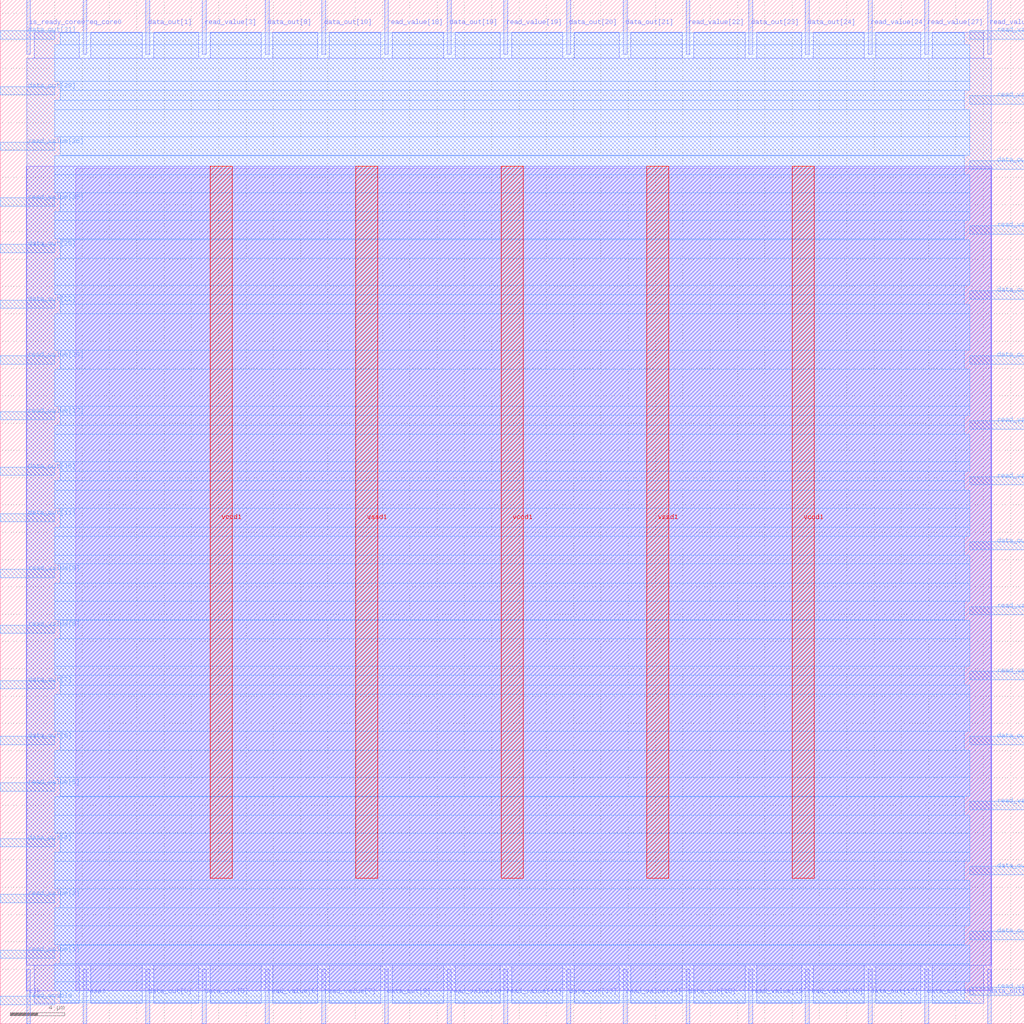
<source format=lef>
VERSION 5.7 ;
  NOWIREEXTENSIONATPIN ON ;
  DIVIDERCHAR "/" ;
  BUSBITCHARS "[]" ;
MACRO io_input_arbiter
  CLASS BLOCK ;
  FOREIGN io_input_arbiter ;
  ORIGIN 0.000 0.000 ;
  SIZE 75.000 BY 75.000 ;
  PIN clk
    DIRECTION INPUT ;
    USE SIGNAL ;
    PORT
      LAYER met2 ;
        RECT 1.930 0.000 2.210 4.000 ;
    END
  END clk
  PIN data_out[0]
    DIRECTION OUTPUT TRISTATE ;
    USE SIGNAL ;
    PORT
      LAYER met2 ;
        RECT 10.670 0.000 10.950 4.000 ;
    END
  END data_out[0]
  PIN data_out[10]
    DIRECTION OUTPUT TRISTATE ;
    USE SIGNAL ;
    PORT
      LAYER met2 ;
        RECT 23.550 71.000 23.830 75.000 ;
    END
  END data_out[10]
  PIN data_out[11]
    DIRECTION OUTPUT TRISTATE ;
    USE SIGNAL ;
    PORT
      LAYER met3 ;
        RECT 0.000 36.760 4.000 37.360 ;
    END
  END data_out[11]
  PIN data_out[12]
    DIRECTION OUTPUT TRISTATE ;
    USE SIGNAL ;
    PORT
      LAYER met3 ;
        RECT 71.000 20.440 75.000 21.040 ;
    END
  END data_out[12]
  PIN data_out[13]
    DIRECTION OUTPUT TRISTATE ;
    USE SIGNAL ;
    PORT
      LAYER met2 ;
        RECT 41.490 0.000 41.770 4.000 ;
    END
  END data_out[13]
  PIN data_out[14]
    DIRECTION OUTPUT TRISTATE ;
    USE SIGNAL ;
    PORT
      LAYER met3 ;
        RECT 71.000 34.720 75.000 35.320 ;
    END
  END data_out[14]
  PIN data_out[15]
    DIRECTION OUTPUT TRISTATE ;
    USE SIGNAL ;
    PORT
      LAYER met2 ;
        RECT 50.230 0.000 50.510 4.000 ;
    END
  END data_out[15]
  PIN data_out[16]
    DIRECTION OUTPUT TRISTATE ;
    USE SIGNAL ;
    PORT
      LAYER met3 ;
        RECT 0.000 40.160 4.000 40.760 ;
    END
  END data_out[16]
  PIN data_out[17]
    DIRECTION OUTPUT TRISTATE ;
    USE SIGNAL ;
    PORT
      LAYER met2 ;
        RECT 63.570 0.000 63.850 4.000 ;
    END
  END data_out[17]
  PIN data_out[18]
    DIRECTION OUTPUT TRISTATE ;
    USE SIGNAL ;
    PORT
      LAYER met2 ;
        RECT 67.710 0.000 67.990 4.000 ;
    END
  END data_out[18]
  PIN data_out[19]
    DIRECTION OUTPUT TRISTATE ;
    USE SIGNAL ;
    PORT
      LAYER met2 ;
        RECT 32.750 71.000 33.030 75.000 ;
    END
  END data_out[19]
  PIN data_out[1]
    DIRECTION OUTPUT TRISTATE ;
    USE SIGNAL ;
    PORT
      LAYER met2 ;
        RECT 10.670 71.000 10.950 75.000 ;
    END
  END data_out[1]
  PIN data_out[20]
    DIRECTION OUTPUT TRISTATE ;
    USE SIGNAL ;
    PORT
      LAYER met2 ;
        RECT 41.490 71.000 41.770 75.000 ;
    END
  END data_out[20]
  PIN data_out[21]
    DIRECTION OUTPUT TRISTATE ;
    USE SIGNAL ;
    PORT
      LAYER met2 ;
        RECT 45.630 71.000 45.910 75.000 ;
    END
  END data_out[21]
  PIN data_out[22]
    DIRECTION OUTPUT TRISTATE ;
    USE SIGNAL ;
    PORT
      LAYER met3 ;
        RECT 0.000 52.400 4.000 53.000 ;
    END
  END data_out[22]
  PIN data_out[23]
    DIRECTION OUTPUT TRISTATE ;
    USE SIGNAL ;
    PORT
      LAYER met2 ;
        RECT 54.830 71.000 55.110 75.000 ;
    END
  END data_out[23]
  PIN data_out[24]
    DIRECTION OUTPUT TRISTATE ;
    USE SIGNAL ;
    PORT
      LAYER met2 ;
        RECT 58.970 71.000 59.250 75.000 ;
    END
  END data_out[24]
  PIN data_out[25]
    DIRECTION OUTPUT TRISTATE ;
    USE SIGNAL ;
    PORT
      LAYER met3 ;
        RECT 0.000 56.480 4.000 57.080 ;
    END
  END data_out[25]
  PIN data_out[26]
    DIRECTION OUTPUT TRISTATE ;
    USE SIGNAL ;
    PORT
      LAYER met3 ;
        RECT 71.000 48.320 75.000 48.920 ;
    END
  END data_out[26]
  PIN data_out[27]
    DIRECTION OUTPUT TRISTATE ;
    USE SIGNAL ;
    PORT
      LAYER met2 ;
        RECT 72.310 0.000 72.590 4.000 ;
    END
  END data_out[27]
  PIN data_out[28]
    DIRECTION OUTPUT TRISTATE ;
    USE SIGNAL ;
    PORT
      LAYER met3 ;
        RECT 71.000 53.080 75.000 53.680 ;
    END
  END data_out[28]
  PIN data_out[29]
    DIRECTION OUTPUT TRISTATE ;
    USE SIGNAL ;
    PORT
      LAYER met3 ;
        RECT 0.000 68.040 4.000 68.640 ;
    END
  END data_out[29]
  PIN data_out[2]
    DIRECTION OUTPUT TRISTATE ;
    USE SIGNAL ;
    PORT
      LAYER met3 ;
        RECT 71.000 6.160 75.000 6.760 ;
    END
  END data_out[2]
  PIN data_out[30]
    DIRECTION OUTPUT TRISTATE ;
    USE SIGNAL ;
    PORT
      LAYER met3 ;
        RECT 71.000 62.600 75.000 63.200 ;
    END
  END data_out[30]
  PIN data_out[31]
    DIRECTION OUTPUT TRISTATE ;
    USE SIGNAL ;
    PORT
      LAYER met3 ;
        RECT 0.000 72.120 4.000 72.720 ;
    END
  END data_out[31]
  PIN data_out[3]
    DIRECTION OUTPUT TRISTATE ;
    USE SIGNAL ;
    PORT
      LAYER met3 ;
        RECT 71.000 10.920 75.000 11.520 ;
    END
  END data_out[3]
  PIN data_out[4]
    DIRECTION OUTPUT TRISTATE ;
    USE SIGNAL ;
    PORT
      LAYER met3 ;
        RECT 0.000 12.960 4.000 13.560 ;
    END
  END data_out[4]
  PIN data_out[5]
    DIRECTION OUTPUT TRISTATE ;
    USE SIGNAL ;
    PORT
      LAYER met2 ;
        RECT 14.810 0.000 15.090 4.000 ;
    END
  END data_out[5]
  PIN data_out[6]
    DIRECTION OUTPUT TRISTATE ;
    USE SIGNAL ;
    PORT
      LAYER met3 ;
        RECT 0.000 20.440 4.000 21.040 ;
    END
  END data_out[6]
  PIN data_out[7]
    DIRECTION OUTPUT TRISTATE ;
    USE SIGNAL ;
    PORT
      LAYER met3 ;
        RECT 0.000 24.520 4.000 25.120 ;
    END
  END data_out[7]
  PIN data_out[8]
    DIRECTION OUTPUT TRISTATE ;
    USE SIGNAL ;
    PORT
      LAYER met2 ;
        RECT 19.410 71.000 19.690 75.000 ;
    END
  END data_out[8]
  PIN data_out[9]
    DIRECTION OUTPUT TRISTATE ;
    USE SIGNAL ;
    PORT
      LAYER met2 ;
        RECT 28.150 0.000 28.430 4.000 ;
    END
  END data_out[9]
  PIN is_ready_core0
    DIRECTION OUTPUT TRISTATE ;
    USE SIGNAL ;
    PORT
      LAYER met2 ;
        RECT 1.930 71.000 2.210 75.000 ;
    END
  END is_ready_core0
  PIN read_enable
    DIRECTION INPUT ;
    USE SIGNAL ;
    PORT
      LAYER met3 ;
        RECT 0.000 1.400 4.000 2.000 ;
    END
  END read_enable
  PIN read_value[0]
    DIRECTION INPUT ;
    USE SIGNAL ;
    PORT
      LAYER met3 ;
        RECT 71.000 2.080 75.000 2.680 ;
    END
  END read_value[0]
  PIN read_value[10]
    DIRECTION INPUT ;
    USE SIGNAL ;
    PORT
      LAYER met2 ;
        RECT 32.750 0.000 33.030 4.000 ;
    END
  END read_value[10]
  PIN read_value[11]
    DIRECTION INPUT ;
    USE SIGNAL ;
    PORT
      LAYER met2 ;
        RECT 36.890 0.000 37.170 4.000 ;
    END
  END read_value[11]
  PIN read_value[12]
    DIRECTION INPUT ;
    USE SIGNAL ;
    PORT
      LAYER met3 ;
        RECT 71.000 25.200 75.000 25.800 ;
    END
  END read_value[12]
  PIN read_value[13]
    DIRECTION INPUT ;
    USE SIGNAL ;
    PORT
      LAYER met3 ;
        RECT 71.000 29.960 75.000 30.560 ;
    END
  END read_value[13]
  PIN read_value[14]
    DIRECTION INPUT ;
    USE SIGNAL ;
    PORT
      LAYER met2 ;
        RECT 45.630 0.000 45.910 4.000 ;
    END
  END read_value[14]
  PIN read_value[15]
    DIRECTION INPUT ;
    USE SIGNAL ;
    PORT
      LAYER met2 ;
        RECT 54.830 0.000 55.110 4.000 ;
    END
  END read_value[15]
  PIN read_value[16]
    DIRECTION INPUT ;
    USE SIGNAL ;
    PORT
      LAYER met2 ;
        RECT 58.970 0.000 59.250 4.000 ;
    END
  END read_value[16]
  PIN read_value[17]
    DIRECTION INPUT ;
    USE SIGNAL ;
    PORT
      LAYER met3 ;
        RECT 0.000 44.240 4.000 44.840 ;
    END
  END read_value[17]
  PIN read_value[18]
    DIRECTION INPUT ;
    USE SIGNAL ;
    PORT
      LAYER met2 ;
        RECT 28.150 71.000 28.430 75.000 ;
    END
  END read_value[18]
  PIN read_value[19]
    DIRECTION INPUT ;
    USE SIGNAL ;
    PORT
      LAYER met2 ;
        RECT 36.890 71.000 37.170 75.000 ;
    END
  END read_value[19]
  PIN read_value[1]
    DIRECTION INPUT ;
    USE SIGNAL ;
    PORT
      LAYER met3 ;
        RECT 0.000 4.800 4.000 5.400 ;
    END
  END read_value[1]
  PIN read_value[20]
    DIRECTION INPUT ;
    USE SIGNAL ;
    PORT
      LAYER met3 ;
        RECT 0.000 48.320 4.000 48.920 ;
    END
  END read_value[20]
  PIN read_value[21]
    DIRECTION INPUT ;
    USE SIGNAL ;
    PORT
      LAYER met3 ;
        RECT 71.000 39.480 75.000 40.080 ;
    END
  END read_value[21]
  PIN read_value[22]
    DIRECTION INPUT ;
    USE SIGNAL ;
    PORT
      LAYER met2 ;
        RECT 50.230 71.000 50.510 75.000 ;
    END
  END read_value[22]
  PIN read_value[23]
    DIRECTION INPUT ;
    USE SIGNAL ;
    PORT
      LAYER met3 ;
        RECT 71.000 43.560 75.000 44.160 ;
    END
  END read_value[23]
  PIN read_value[24]
    DIRECTION INPUT ;
    USE SIGNAL ;
    PORT
      LAYER met2 ;
        RECT 63.570 71.000 63.850 75.000 ;
    END
  END read_value[24]
  PIN read_value[25]
    DIRECTION INPUT ;
    USE SIGNAL ;
    PORT
      LAYER met3 ;
        RECT 0.000 59.880 4.000 60.480 ;
    END
  END read_value[25]
  PIN read_value[26]
    DIRECTION INPUT ;
    USE SIGNAL ;
    PORT
      LAYER met3 ;
        RECT 0.000 63.960 4.000 64.560 ;
    END
  END read_value[26]
  PIN read_value[27]
    DIRECTION INPUT ;
    USE SIGNAL ;
    PORT
      LAYER met2 ;
        RECT 67.710 71.000 67.990 75.000 ;
    END
  END read_value[27]
  PIN read_value[28]
    DIRECTION INPUT ;
    USE SIGNAL ;
    PORT
      LAYER met3 ;
        RECT 71.000 57.840 75.000 58.440 ;
    END
  END read_value[28]
  PIN read_value[29]
    DIRECTION INPUT ;
    USE SIGNAL ;
    PORT
      LAYER met2 ;
        RECT 72.310 71.000 72.590 75.000 ;
    END
  END read_value[29]
  PIN read_value[2]
    DIRECTION INPUT ;
    USE SIGNAL ;
    PORT
      LAYER met3 ;
        RECT 0.000 8.880 4.000 9.480 ;
    END
  END read_value[2]
  PIN read_value[30]
    DIRECTION INPUT ;
    USE SIGNAL ;
    PORT
      LAYER met3 ;
        RECT 71.000 67.360 75.000 67.960 ;
    END
  END read_value[30]
  PIN read_value[31]
    DIRECTION INPUT ;
    USE SIGNAL ;
    PORT
      LAYER met3 ;
        RECT 71.000 72.120 75.000 72.720 ;
    END
  END read_value[31]
  PIN read_value[3]
    DIRECTION INPUT ;
    USE SIGNAL ;
    PORT
      LAYER met2 ;
        RECT 14.810 71.000 15.090 75.000 ;
    END
  END read_value[3]
  PIN read_value[4]
    DIRECTION INPUT ;
    USE SIGNAL ;
    PORT
      LAYER met3 ;
        RECT 71.000 15.680 75.000 16.280 ;
    END
  END read_value[4]
  PIN read_value[5]
    DIRECTION INPUT ;
    USE SIGNAL ;
    PORT
      LAYER met3 ;
        RECT 0.000 17.040 4.000 17.640 ;
    END
  END read_value[5]
  PIN read_value[6]
    DIRECTION INPUT ;
    USE SIGNAL ;
    PORT
      LAYER met2 ;
        RECT 19.410 0.000 19.690 4.000 ;
    END
  END read_value[6]
  PIN read_value[7]
    DIRECTION INPUT ;
    USE SIGNAL ;
    PORT
      LAYER met2 ;
        RECT 23.550 0.000 23.830 4.000 ;
    END
  END read_value[7]
  PIN read_value[8]
    DIRECTION INPUT ;
    USE SIGNAL ;
    PORT
      LAYER met3 ;
        RECT 0.000 28.600 4.000 29.200 ;
    END
  END read_value[8]
  PIN read_value[9]
    DIRECTION INPUT ;
    USE SIGNAL ;
    PORT
      LAYER met3 ;
        RECT 0.000 32.680 4.000 33.280 ;
    END
  END read_value[9]
  PIN req_core0
    DIRECTION INPUT ;
    USE SIGNAL ;
    PORT
      LAYER met2 ;
        RECT 6.070 71.000 6.350 75.000 ;
    END
  END req_core0
  PIN reset
    DIRECTION INPUT ;
    USE SIGNAL ;
    PORT
      LAYER met2 ;
        RECT 6.070 0.000 6.350 4.000 ;
    END
  END reset
  PIN vccd1
    DIRECTION INPUT ;
    USE POWER ;
    PORT
      LAYER met4 ;
        RECT 15.380 10.640 16.980 62.800 ;
    END
    PORT
      LAYER met4 ;
        RECT 36.700 10.640 38.300 62.800 ;
    END
    PORT
      LAYER met4 ;
        RECT 58.020 10.640 59.620 62.800 ;
    END
  END vccd1
  PIN vssd1
    DIRECTION INPUT ;
    USE GROUND ;
    PORT
      LAYER met4 ;
        RECT 26.040 10.640 27.640 62.800 ;
    END
    PORT
      LAYER met4 ;
        RECT 47.360 10.640 48.960 62.800 ;
    END
  END vssd1
  OBS
      LAYER li1 ;
        RECT 5.520 2.465 72.535 62.645 ;
      LAYER met1 ;
        RECT 1.910 2.420 72.610 62.800 ;
      LAYER met2 ;
        RECT 2.490 70.720 5.790 72.605 ;
        RECT 6.630 70.720 10.390 72.605 ;
        RECT 11.230 70.720 14.530 72.605 ;
        RECT 15.370 70.720 19.130 72.605 ;
        RECT 19.970 70.720 23.270 72.605 ;
        RECT 24.110 70.720 27.870 72.605 ;
        RECT 28.710 70.720 32.470 72.605 ;
        RECT 33.310 70.720 36.610 72.605 ;
        RECT 37.450 70.720 41.210 72.605 ;
        RECT 42.050 70.720 45.350 72.605 ;
        RECT 46.190 70.720 49.950 72.605 ;
        RECT 50.790 70.720 54.550 72.605 ;
        RECT 55.390 70.720 58.690 72.605 ;
        RECT 59.530 70.720 63.290 72.605 ;
        RECT 64.130 70.720 67.430 72.605 ;
        RECT 68.270 70.720 72.030 72.605 ;
        RECT 1.940 4.280 72.580 70.720 ;
        RECT 2.490 1.515 5.790 4.280 ;
        RECT 6.630 1.515 10.390 4.280 ;
        RECT 11.230 1.515 14.530 4.280 ;
        RECT 15.370 1.515 19.130 4.280 ;
        RECT 19.970 1.515 23.270 4.280 ;
        RECT 24.110 1.515 27.870 4.280 ;
        RECT 28.710 1.515 32.470 4.280 ;
        RECT 33.310 1.515 36.610 4.280 ;
        RECT 37.450 1.515 41.210 4.280 ;
        RECT 42.050 1.515 45.350 4.280 ;
        RECT 46.190 1.515 49.950 4.280 ;
        RECT 50.790 1.515 54.550 4.280 ;
        RECT 55.390 1.515 58.690 4.280 ;
        RECT 59.530 1.515 63.290 4.280 ;
        RECT 64.130 1.515 67.430 4.280 ;
        RECT 68.270 1.515 72.030 4.280 ;
      LAYER met3 ;
        RECT 4.400 71.720 70.600 72.585 ;
        RECT 4.000 69.040 71.000 71.720 ;
        RECT 4.400 68.360 71.000 69.040 ;
        RECT 4.400 67.640 70.600 68.360 ;
        RECT 4.000 66.960 70.600 67.640 ;
        RECT 4.000 64.960 71.000 66.960 ;
        RECT 4.400 63.600 71.000 64.960 ;
        RECT 4.400 63.560 70.600 63.600 ;
        RECT 4.000 62.200 70.600 63.560 ;
        RECT 4.000 60.880 71.000 62.200 ;
        RECT 4.400 59.480 71.000 60.880 ;
        RECT 4.000 58.840 71.000 59.480 ;
        RECT 4.000 57.480 70.600 58.840 ;
        RECT 4.400 57.440 70.600 57.480 ;
        RECT 4.400 56.080 71.000 57.440 ;
        RECT 4.000 54.080 71.000 56.080 ;
        RECT 4.000 53.400 70.600 54.080 ;
        RECT 4.400 52.680 70.600 53.400 ;
        RECT 4.400 52.000 71.000 52.680 ;
        RECT 4.000 49.320 71.000 52.000 ;
        RECT 4.400 47.920 70.600 49.320 ;
        RECT 4.000 45.240 71.000 47.920 ;
        RECT 4.400 44.560 71.000 45.240 ;
        RECT 4.400 43.840 70.600 44.560 ;
        RECT 4.000 43.160 70.600 43.840 ;
        RECT 4.000 41.160 71.000 43.160 ;
        RECT 4.400 40.480 71.000 41.160 ;
        RECT 4.400 39.760 70.600 40.480 ;
        RECT 4.000 39.080 70.600 39.760 ;
        RECT 4.000 37.760 71.000 39.080 ;
        RECT 4.400 36.360 71.000 37.760 ;
        RECT 4.000 35.720 71.000 36.360 ;
        RECT 4.000 34.320 70.600 35.720 ;
        RECT 4.000 33.680 71.000 34.320 ;
        RECT 4.400 32.280 71.000 33.680 ;
        RECT 4.000 30.960 71.000 32.280 ;
        RECT 4.000 29.600 70.600 30.960 ;
        RECT 4.400 29.560 70.600 29.600 ;
        RECT 4.400 28.200 71.000 29.560 ;
        RECT 4.000 26.200 71.000 28.200 ;
        RECT 4.000 25.520 70.600 26.200 ;
        RECT 4.400 24.800 70.600 25.520 ;
        RECT 4.400 24.120 71.000 24.800 ;
        RECT 4.000 21.440 71.000 24.120 ;
        RECT 4.400 20.040 70.600 21.440 ;
        RECT 4.000 18.040 71.000 20.040 ;
        RECT 4.400 16.680 71.000 18.040 ;
        RECT 4.400 16.640 70.600 16.680 ;
        RECT 4.000 15.280 70.600 16.640 ;
        RECT 4.000 13.960 71.000 15.280 ;
        RECT 4.400 12.560 71.000 13.960 ;
        RECT 4.000 11.920 71.000 12.560 ;
        RECT 4.000 10.520 70.600 11.920 ;
        RECT 4.000 9.880 71.000 10.520 ;
        RECT 4.400 8.480 71.000 9.880 ;
        RECT 4.000 7.160 71.000 8.480 ;
        RECT 4.000 5.800 70.600 7.160 ;
        RECT 4.400 5.760 70.600 5.800 ;
        RECT 4.400 4.400 71.000 5.760 ;
        RECT 4.000 3.080 71.000 4.400 ;
        RECT 4.000 2.400 70.600 3.080 ;
        RECT 4.400 1.680 70.600 2.400 ;
        RECT 4.400 1.535 71.000 1.680 ;
  END
END io_input_arbiter
END LIBRARY


</source>
